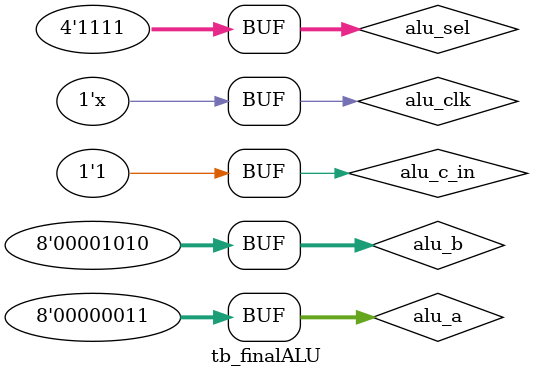
<source format=v>
`timescale 1ns / 1ps


module tb_finalALU;

	// Inputs
	reg [7:0] alu_a;
	reg [7:0] alu_b;
	reg alu_c_in;
	reg alu_clk;
	reg [3:0] alu_sel;

	// Outputs
	wire [7:0] alu_y;

	// Instantiate the Unit Under Test (UUT)
	ALU uut (
		.alu_a(alu_a), 
		.alu_b(alu_b), 
		.alu_c_in(alu_c_in), 
		.alu_clk(alu_clk), 
		.alu_y(alu_y), 
		.alu_sel(alu_sel)
	);

	initial alu_clk = 0;
	always #10 alu_clk =~alu_clk;
	
	initial begin
		// Initialize Inputs
		alu_a = 3;
		alu_b = 10;
		alu_c_in = 1;
		alu_sel = 0;

		// Wait 100 ns for global reset to finish
		#100;
		alu_sel = 1;
		#100;
		alu_sel = 2;
		#100;
		alu_sel = 3;
		#100;
		alu_sel = 4;
		#100;
		alu_sel = 5;
		#100;
		alu_sel = 6;
		#100;
		alu_sel = 7;
		#100;
		alu_sel = 8;
		#100;
		alu_sel = 9;
		#100;
		alu_sel = 10;
		#100;
		alu_sel = 11;
		#100;
		alu_sel = 12;
		#100;
		alu_sel = 13;
		#100;
		alu_sel = 14;
		#100;
		alu_sel = 15;
		#100;
        
		// Add stimulus here

	end
      
endmodule


</source>
